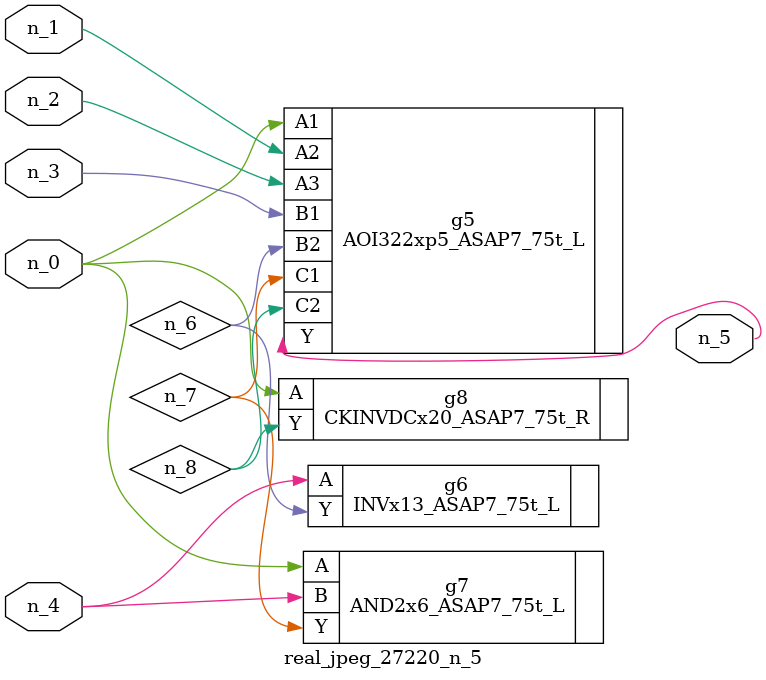
<source format=v>
module real_jpeg_27220_n_5 (n_4, n_0, n_1, n_2, n_3, n_5);

input n_4;
input n_0;
input n_1;
input n_2;
input n_3;

output n_5;

wire n_8;
wire n_6;
wire n_7;

AOI322xp5_ASAP7_75t_L g5 ( 
.A1(n_0),
.A2(n_1),
.A3(n_2),
.B1(n_3),
.B2(n_6),
.C1(n_7),
.C2(n_8),
.Y(n_5)
);

AND2x6_ASAP7_75t_L g7 ( 
.A(n_0),
.B(n_4),
.Y(n_7)
);

CKINVDCx20_ASAP7_75t_R g8 ( 
.A(n_0),
.Y(n_8)
);

INVx13_ASAP7_75t_L g6 ( 
.A(n_4),
.Y(n_6)
);


endmodule
</source>
